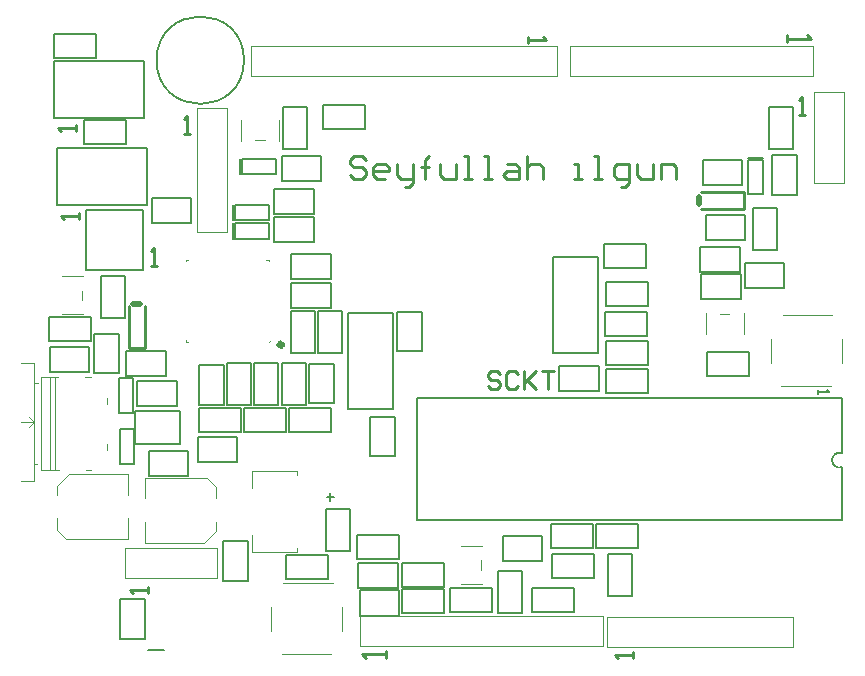
<source format=gto>
G04*
G04 #@! TF.GenerationSoftware,Altium Limited,Altium Designer,24.9.1 (31)*
G04*
G04 Layer_Color=65535*
%FSLAX44Y44*%
%MOMM*%
G71*
G04*
G04 #@! TF.SameCoordinates,CB504186-4DDD-4C07-9CBA-7D3857A53BA6*
G04*
G04*
G04 #@! TF.FilePolarity,Positive*
G04*
G01*
G75*
%ADD10C,0.2000*%
%ADD11C,0.5000*%
%ADD12C,0.1270*%
%ADD13C,0.1000*%
%ADD14C,0.2540*%
%ADD15C,0.1500*%
D10*
X673158Y176407D02*
G03*
X672995Y164244I-1908J-6057D01*
G01*
X120480Y392030D02*
X122510D01*
Y370840D02*
Y392030D01*
X88980Y370840D02*
X110530D01*
X122510D01*
X88980D02*
Y392030D01*
X120480D01*
X194520Y354970D02*
X226020D01*
Y376160D01*
X192490D02*
X204470D01*
X226020D01*
X192490Y354970D02*
Y376160D01*
Y354970D02*
X194520D01*
X192490Y378970D02*
X194520D01*
X192490D02*
Y400160D01*
X204470D02*
X226020D01*
X192490D02*
X204470D01*
X226020Y378970D02*
Y400160D01*
X194520Y378970D02*
X226020D01*
X128970Y217480D02*
Y248980D01*
Y217480D02*
X150160D01*
Y239030D02*
Y251010D01*
Y217480D02*
Y239030D01*
X128970Y251010D02*
X150160D01*
X128970Y248980D02*
Y251010D01*
X127990Y168970D02*
X130020D01*
X127990D02*
Y190160D01*
X139970D02*
X161520D01*
X127990D02*
X139970D01*
X161520Y168970D02*
Y190160D01*
X130020Y168970D02*
X161520D01*
X69520Y241970D02*
X101020D01*
Y263160D01*
X67490D02*
X79470D01*
X101020D01*
X67490Y241970D02*
Y263160D01*
Y241970D02*
X69520D01*
X76490Y215970D02*
X78520D01*
X76490D02*
Y237160D01*
X88470D02*
X110020D01*
X76490D02*
X88470D01*
X110020Y215970D02*
Y237160D01*
X78520Y215970D02*
X110020D01*
X88520Y156970D02*
X120020D01*
Y178160D01*
X86490D02*
X98470D01*
X120020D01*
X86490Y156970D02*
Y178160D01*
Y156970D02*
X88520D01*
X318030Y262490D02*
Y264520D01*
X296840Y262490D02*
X318030D01*
X296840Y274470D02*
Y296020D01*
Y262490D02*
Y274470D01*
Y296020D02*
X318030D01*
Y264520D02*
Y296020D01*
X209020Y298970D02*
X240520D01*
Y320160D01*
X206990D02*
X218970D01*
X240520D01*
X206990Y298970D02*
Y320160D01*
Y298970D02*
X209020D01*
X206990Y323970D02*
X209020D01*
X206990D02*
Y345160D01*
X218970D02*
X240520D01*
X206990D02*
X218970D01*
X240520Y323970D02*
Y345160D01*
X209020Y323970D02*
X240520D01*
X635030Y397020D02*
Y428520D01*
X613840D02*
X635030D01*
X613840Y394990D02*
Y406970D01*
Y428520D01*
Y394990D02*
X635030D01*
Y397020D01*
X417480Y106030D02*
X419510D01*
Y84840D02*
Y106030D01*
X385980Y84840D02*
X407530D01*
X419510D01*
X385980D02*
Y106030D01*
X417480D01*
X553980Y328030D02*
X585480D01*
X553980Y306840D02*
Y328030D01*
X575530Y306840D02*
X587510D01*
X553980D02*
X575530D01*
X587510D02*
Y328030D01*
X585480D02*
X587510D01*
X198990Y406970D02*
X201020D01*
X198990D02*
Y428160D01*
X210970D02*
X232520D01*
X198990D02*
X210970D01*
X232520Y406970D02*
Y428160D01*
X201020Y406970D02*
X232520D01*
X433980Y250030D02*
X465480D01*
X433980Y228840D02*
Y250030D01*
X455530Y228840D02*
X467510D01*
X433980D02*
X455530D01*
X467510D02*
Y250030D01*
X465480D02*
X467510D01*
X555490Y402970D02*
X557520D01*
X555490D02*
Y424160D01*
X567470D02*
X589020D01*
X555490D02*
X567470D01*
X589020Y402970D02*
Y424160D01*
X557520Y402970D02*
X589020D01*
X555520Y329970D02*
X587020D01*
Y351160D01*
X553490D02*
X565470D01*
X587020D01*
X553490Y329970D02*
Y351160D01*
Y329970D02*
X555520D01*
X61030Y243990D02*
Y246020D01*
X39840Y243990D02*
X61030D01*
X39840Y255970D02*
Y277520D01*
Y243990D02*
Y255970D01*
Y277520D02*
X61030D01*
Y246020D02*
Y277520D01*
X557980Y378030D02*
X589480D01*
X557980Y356840D02*
Y378030D01*
X579530Y356840D02*
X591510D01*
X557980D02*
X579530D01*
X591510D02*
Y378030D01*
X589480D02*
X591510D01*
X296480Y60030D02*
X298510D01*
Y38840D02*
Y60030D01*
X264980Y38840D02*
X286530D01*
X298510D01*
X264980D02*
Y60030D01*
X296480D01*
X295030Y175520D02*
Y207020D01*
X273840D02*
X295030D01*
X273840Y173490D02*
Y185470D01*
Y207020D01*
Y173490D02*
X295030D01*
Y175520D01*
X33980Y266030D02*
X36010D01*
Y244840D02*
Y266030D01*
X2480Y244840D02*
X24030D01*
X36010D01*
X2480D02*
Y266030D01*
X33980D01*
X593020Y315970D02*
X624520D01*
Y337160D01*
X590990D02*
X602970D01*
X624520D01*
X590990Y315970D02*
Y337160D01*
Y315970D02*
X593020D01*
X263490Y61970D02*
X265520D01*
X263490D02*
Y83160D01*
X275470D02*
X297020D01*
X263490D02*
X275470D01*
X297020Y61970D02*
Y83160D01*
X265520Y61970D02*
X297020D01*
X243030Y220520D02*
Y252020D01*
X221840D02*
X243030D01*
X221840Y218490D02*
Y230470D01*
Y252020D01*
Y218490D02*
X243030D01*
Y220520D01*
X61970Y50480D02*
Y52510D01*
X83160D01*
Y18980D02*
Y40530D01*
Y52510D01*
X61970Y18980D02*
X83160D01*
X61970D02*
Y50480D01*
X148970Y67980D02*
Y99480D01*
Y67980D02*
X170160D01*
Y89530D02*
Y101510D01*
Y67980D02*
Y89530D01*
X148970Y101510D02*
X170160D01*
X148970Y99480D02*
Y101510D01*
X61000Y240000D02*
X73000D01*
X61000Y210000D02*
Y240000D01*
Y210000D02*
X73000D01*
Y240000D01*
X597840Y348720D02*
X618160D01*
X597840D02*
Y384280D01*
X618160Y348720D02*
Y384280D01*
X597840D02*
X618160D01*
X429000Y342140D02*
X438500D01*
X457500D02*
X467000D01*
X429000Y321820D02*
Y342140D01*
Y260860D02*
Y281180D01*
Y260860D02*
X467000D01*
X429000Y281180D02*
Y321820D01*
X438500Y342140D02*
X457500D01*
X467000Y260860D02*
Y342140D01*
X672995Y164244D02*
X673458Y119373D01*
X313250Y119350D02*
X673458Y119350D01*
X313250Y147150D02*
Y195550D01*
X673250Y176700D02*
Y223175D01*
X582150Y223350D02*
X673250D01*
X313250D02*
X404350D01*
X582150D01*
X313250Y205650D02*
Y215050D01*
Y127650D02*
Y137050D01*
Y147150D01*
Y119350D02*
Y127650D01*
Y215050D02*
Y223350D01*
Y195550D02*
Y205650D01*
X474840Y91280D02*
X495160D01*
Y55720D02*
Y91280D01*
X474840Y55720D02*
Y91280D01*
Y55720D02*
X495160D01*
X500780Y95840D02*
Y116160D01*
X465220Y95840D02*
X500780D01*
X465220Y116160D02*
X500780D01*
X465220Y95840D02*
Y116160D01*
X463780Y70840D02*
Y91160D01*
X428220Y70840D02*
X463780D01*
X428220Y91160D02*
X463780D01*
X428220Y70840D02*
Y91160D01*
X462780Y95840D02*
Y116160D01*
X427220Y95840D02*
X462780D01*
X427220Y116160D02*
X462780D01*
X427220Y95840D02*
Y116160D01*
X473220Y300840D02*
Y321160D01*
X508780D01*
X473220Y300840D02*
X508780D01*
Y321160D01*
X508280Y275840D02*
Y296160D01*
X472720Y275840D02*
X508280D01*
X472720Y296160D02*
X508280D01*
X472720Y275840D02*
Y296160D01*
X508780Y250840D02*
Y271160D01*
X473220Y250840D02*
X508780D01*
X473220Y271160D02*
X508780D01*
X473220Y250840D02*
Y271160D01*
X508780Y226840D02*
Y247160D01*
X473220Y226840D02*
X508780D01*
X473220Y247160D02*
X508780D01*
X473220Y226840D02*
Y247160D01*
X559220Y241840D02*
Y262160D01*
X594780D01*
X559220Y241840D02*
X594780D01*
Y262160D01*
X75000Y184250D02*
Y212000D01*
Y184250D02*
X113000D01*
Y212000D01*
X75000D02*
X113000D01*
X336780Y62840D02*
Y83160D01*
X301220Y62840D02*
X336780D01*
X301220Y83160D02*
X336780D01*
X301220Y62840D02*
Y83160D01*
X5900Y508430D02*
X82100D01*
Y460170D02*
Y508430D01*
X5900Y460170D02*
X82100D01*
X5900D02*
Y508430D01*
X8300Y434430D02*
X84500D01*
Y386170D02*
Y434430D01*
X8300Y386170D02*
X84500D01*
X8300D02*
Y434430D01*
X33570Y331300D02*
X81830D01*
X33570Y382100D02*
X81830D01*
Y331300D02*
Y382100D01*
X33570Y331300D02*
Y382100D01*
X293000Y213360D02*
Y294640D01*
X264500D02*
X283500D01*
X255000Y233680D02*
Y274320D01*
Y213360D02*
X293000D01*
X255000D02*
Y233680D01*
Y274320D02*
Y294640D01*
X283500D02*
X293000D01*
X255000D02*
X264500D01*
X206840Y296780D02*
X227160D01*
Y261220D02*
Y296780D01*
X206840Y261220D02*
Y296780D01*
Y261220D02*
X227160D01*
X202720Y69840D02*
Y90160D01*
X238280D01*
X202720Y69840D02*
X238280D01*
Y90160D01*
X236840Y128780D02*
X257160D01*
Y93220D02*
Y128780D01*
X236840Y93220D02*
Y128780D01*
Y93220D02*
X257160D01*
X269280Y450840D02*
Y471160D01*
X233720Y450840D02*
X269280D01*
X233720Y471160D02*
X269280D01*
X233720Y450840D02*
Y471160D01*
X606750Y395500D02*
Y402750D01*
Y417250D02*
Y424500D01*
X593750Y426250D02*
X606750D01*
Y402750D02*
Y417250D01*
X593750Y395500D02*
X606750D01*
X593750D02*
Y424500D01*
X606750D01*
X187250Y425750D02*
X194500D01*
X165500D02*
X172750D01*
X163750Y412750D02*
Y425750D01*
X172750D02*
X187250D01*
X194500Y412750D02*
Y425750D01*
X165500Y412750D02*
X194500D01*
X165500D02*
Y425750D01*
X181250Y370750D02*
X188500D01*
X159500D02*
X166750D01*
X157750Y357750D02*
Y370750D01*
X166750D02*
X181250D01*
X188500Y357750D02*
Y370750D01*
X159500Y357750D02*
X188500D01*
X159500D02*
Y370750D01*
X181250Y386750D02*
X188500D01*
X159500D02*
X166750D01*
X157750Y373750D02*
Y386750D01*
X166750D02*
X181250D01*
X188500Y373750D02*
Y386750D01*
X159500Y373750D02*
X188500D01*
X159500D02*
Y386750D01*
X62000Y167000D02*
Y197000D01*
X74000D01*
Y167000D02*
Y197000D01*
X62000Y167000D02*
X74000D01*
X229840Y296780D02*
X250160D01*
Y261220D02*
Y296780D01*
X229840Y261220D02*
Y296780D01*
Y261220D02*
X250160D01*
X152840Y216720D02*
X173160D01*
X152840D02*
Y252280D01*
X173160Y216720D02*
Y252280D01*
X152840D02*
X173160D01*
X198840Y217220D02*
X219160D01*
X198840D02*
Y252780D01*
X219160Y217220D02*
Y252780D01*
X198840D02*
X219160D01*
X164280Y193840D02*
Y214160D01*
X128720Y193840D02*
X164280D01*
X128720Y214160D02*
X164280D01*
X128720Y193840D02*
Y214160D01*
X66780Y437840D02*
Y458160D01*
X31220Y437840D02*
X66780D01*
X31220Y458160D02*
X66780D01*
X31220Y437840D02*
Y458160D01*
X166720Y193840D02*
Y214160D01*
X202280D01*
X166720Y193840D02*
X202280D01*
Y214160D01*
X205220Y193840D02*
Y214160D01*
X240780D01*
X205220Y193840D02*
X240780D01*
Y214160D01*
X611840Y434220D02*
X632160D01*
X611840D02*
Y469780D01*
X632160Y434220D02*
Y469780D01*
X611840D02*
X632160D01*
X446780Y41840D02*
Y62160D01*
X411220Y41840D02*
X446780D01*
X411220Y62160D02*
X446780D01*
X411220Y41840D02*
Y62160D01*
X336780Y40840D02*
Y61160D01*
X301220Y40840D02*
X336780D01*
X301220Y61160D02*
X336780D01*
X301220Y40840D02*
Y61160D01*
X341220Y41840D02*
Y62160D01*
X376780D01*
X341220Y41840D02*
X376780D01*
Y62160D01*
X41780Y510840D02*
Y531160D01*
X6220Y510840D02*
X41780D01*
X6220Y531160D02*
X41780D01*
X6220Y510840D02*
Y531160D01*
X199840Y469280D02*
X220160D01*
Y433720D02*
Y469280D01*
X199840Y433720D02*
Y469280D01*
Y433720D02*
X220160D01*
X507280Y332840D02*
Y353160D01*
X471720Y332840D02*
X507280D01*
X471720Y353160D02*
X507280D01*
X471720Y332840D02*
Y353160D01*
X298280Y86840D02*
Y107160D01*
X262720Y86840D02*
X298280D01*
X262720Y107160D02*
X298280D01*
X262720Y86840D02*
Y107160D01*
X45840Y326280D02*
X66160D01*
Y290720D02*
Y326280D01*
X45840Y290720D02*
Y326280D01*
Y290720D02*
X66160D01*
X2220Y270840D02*
Y291160D01*
X37780D01*
X2220Y270840D02*
X37780D01*
Y291160D01*
X175840Y217220D02*
X196160D01*
X175840D02*
Y252780D01*
X196160Y217220D02*
Y252780D01*
X175840D02*
X196160D01*
X381840Y76780D02*
X402160D01*
Y41220D02*
Y76780D01*
X381840Y41220D02*
Y76780D01*
Y41220D02*
X402160D01*
X236908Y139029D02*
X243573D01*
X240240Y142362D02*
Y135697D01*
X86000Y9250D02*
X99329D01*
D11*
X199414Y268000D02*
G03*
X199414Y268000I-1414J0D01*
G01*
X73000Y303000D02*
X79000D01*
X552000Y387000D02*
Y393000D01*
D12*
X167000Y509000D02*
G03*
X167000Y509000I-37000J0D01*
G01*
D13*
X212000Y158000D02*
Y161000D01*
X174000D02*
X212000D01*
X174000Y147000D02*
Y161000D01*
Y93000D02*
Y107000D01*
X212000Y93000D02*
Y96000D01*
X174000Y93000D02*
X212000D01*
X622000Y233000D02*
X664000D01*
X673000Y253000D02*
Y273000D01*
X623000Y293000D02*
X665000D01*
X613000Y253000D02*
Y273000D01*
X558000Y277000D02*
Y295000D01*
X590000Y277000D02*
Y295000D01*
X558000Y286000D02*
Y295000D01*
X572000Y294000D02*
X576000D01*
X578000D01*
X570000D02*
X572000D01*
X188000Y339000D02*
Y340000D01*
X186000D02*
X188000D01*
X118000Y270000D02*
Y272000D01*
Y270000D02*
X120000D01*
X118000Y339000D02*
Y340000D01*
X120000D01*
X188000Y270000D02*
X190000Y272000D01*
X471170Y31750D02*
Y38100D01*
Y12700D02*
Y19050D01*
X265430Y12700D02*
Y38100D01*
Y12700D02*
X471170D01*
Y19050D02*
Y31750D01*
X469900Y38100D02*
X471170D01*
X265430D02*
X469900D01*
X473960Y12300D02*
X631440D01*
Y21190D02*
Y28810D01*
X473960Y37700D02*
X631440D01*
X473960Y21190D02*
Y28810D01*
Y12300D02*
Y21190D01*
Y28810D02*
Y37700D01*
X631440Y12300D02*
Y21190D01*
Y28810D02*
Y37700D01*
X172720Y495300D02*
X431800D01*
X172720D02*
Y520700D01*
X431800D01*
Y495300D02*
Y520700D01*
X444500Y495300D02*
X648970D01*
X443230D02*
X444500D01*
X443230Y501650D02*
Y514350D01*
Y520700D02*
X648970D01*
Y495300D02*
Y520700D01*
X443230Y514350D02*
Y520700D01*
Y495300D02*
Y501650D01*
X127300Y363350D02*
Y468340D01*
Y363350D02*
X136690D01*
X146344D02*
X152700D01*
Y468340D01*
X136690Y363350D02*
X146344D01*
X136190Y468340D02*
X143810D01*
X127300D02*
X136190D01*
X143810D02*
X152700D01*
X657390Y482500D02*
X666610D01*
X649300Y404750D02*
X674700D01*
Y482500D01*
X649300Y404750D02*
Y482500D01*
X657390D01*
X666610D02*
X674700D01*
X66100Y78390D02*
Y87610D01*
X143850Y70300D02*
Y95700D01*
X66100D02*
X143850D01*
X66100Y70300D02*
X143850D01*
X66100D02*
Y78390D01*
Y87610D02*
Y95700D01*
X-21620Y202500D02*
X-10620D01*
X-14870Y198250D02*
X-10620Y202500D01*
X-10370D01*
X-14870Y206875D02*
Y207000D01*
X-10370Y202500D01*
Y202375D02*
Y202500D01*
Y167500D02*
X-8120D01*
X-10370Y235500D02*
X-7620D01*
X-21370Y252250D02*
X-10370D01*
X-21370Y152500D02*
X-10370D01*
X-10370Y152500D01*
Y252250D01*
X7380Y162250D02*
Y240500D01*
X2755Y162250D02*
Y240125D01*
X-5120Y162250D02*
X10630D01*
X-5120Y162250D02*
X-5120Y162250D01*
X-5120Y162250D02*
Y240500D01*
X9880D01*
X32380D02*
X37630D01*
X33130Y162000D02*
X37880D01*
X51130Y179250D02*
Y184250D01*
X51380Y217750D02*
Y222750D01*
X182500Y441500D02*
X184500D01*
X176500D02*
X178500D01*
X182500D01*
X196500Y440500D02*
Y449500D01*
X164500Y440500D02*
Y458500D01*
X196500Y440500D02*
Y458500D01*
X30000Y312000D02*
Y314000D01*
Y306000D02*
Y308000D01*
Y312000D01*
X22000Y326000D02*
X31000D01*
X13000Y294000D02*
X31000D01*
X13000Y326000D02*
X31000D01*
X367500Y83500D02*
Y85500D01*
Y77500D02*
Y79500D01*
Y83500D01*
X359500Y97500D02*
X368500D01*
X350500Y65500D02*
X368500D01*
X350500Y97500D02*
X368500D01*
X69000Y141000D02*
Y156000D01*
Y103500D02*
Y121000D01*
X9000Y111000D02*
Y121000D01*
Y141000D02*
Y148500D01*
X19000Y158500D01*
X69000D01*
Y156000D02*
Y158500D01*
X19000Y103500D02*
X69000D01*
X9000Y111000D02*
X16500Y103500D01*
X19000D01*
X83500Y103000D02*
Y118000D01*
Y138000D02*
Y155500D01*
X143500Y138000D02*
Y148000D01*
Y110500D02*
Y118000D01*
X133500Y100500D02*
X143500Y110500D01*
X83500Y100500D02*
X133500D01*
X83500D02*
Y103000D01*
Y155500D02*
X133500D01*
X136000D02*
X143500Y148000D01*
X133500Y155500D02*
X136000D01*
X190000Y26000D02*
Y46000D01*
X200000Y66000D02*
X242000D01*
X250000Y26000D02*
Y46000D01*
X199000Y6000D02*
X241000D01*
D14*
X83000Y265000D02*
Y301000D01*
X69421Y265000D02*
X83000D01*
X69421D02*
Y301000D01*
X554000Y397000D02*
X590000D01*
Y383421D02*
Y397000D01*
X554000Y383421D02*
X590000D01*
X24950Y448740D02*
Y453819D01*
Y451280D01*
X9714D01*
X12254Y448740D01*
X27350Y374740D02*
Y379819D01*
Y377280D01*
X12114D01*
X14654Y374740D01*
X88540Y334540D02*
X93618D01*
X91079D01*
Y349775D01*
X88540Y347236D01*
X287210Y2540D02*
Y9204D01*
Y5872D01*
X267216D01*
X270549Y2540D01*
X627040Y530710D02*
Y524045D01*
Y527378D01*
X647034D01*
X643701Y530710D01*
X269948Y424866D02*
X266616Y428198D01*
X259951D01*
X256619Y424866D01*
Y421534D01*
X259951Y418201D01*
X266616D01*
X269948Y414869D01*
Y411537D01*
X266616Y408204D01*
X259951D01*
X256619Y411537D01*
X286610Y408204D02*
X279945D01*
X276613Y411537D01*
Y418201D01*
X279945Y421534D01*
X286610D01*
X289942Y418201D01*
Y414869D01*
X276613D01*
X296606Y421534D02*
Y411537D01*
X299939Y408204D01*
X309935D01*
Y404872D01*
X306603Y401540D01*
X303271D01*
X309935Y408204D02*
Y421534D01*
X319932Y408204D02*
Y424866D01*
Y418201D01*
X316600D01*
X323264D01*
X319932D01*
Y424866D01*
X323264Y428198D01*
X333261Y421534D02*
Y411537D01*
X336594Y408204D01*
X346590D01*
Y421534D01*
X353255Y408204D02*
X359919D01*
X356587D01*
Y428198D01*
X353255D01*
X369916Y408204D02*
X376581D01*
X373248D01*
Y428198D01*
X369916D01*
X389910Y421534D02*
X396574D01*
X399906Y418201D01*
Y408204D01*
X389910D01*
X386577Y411537D01*
X389910Y414869D01*
X399906D01*
X406571Y428198D02*
Y408204D01*
Y418201D01*
X409903Y421534D01*
X416568D01*
X419900Y418201D01*
Y408204D01*
X446558D02*
X453223D01*
X449890D01*
Y421534D01*
X446558D01*
X463219Y408204D02*
X469884D01*
X466552D01*
Y428198D01*
X463219D01*
X486545Y401540D02*
X489877D01*
X493210Y404872D01*
Y421534D01*
X483213D01*
X479881Y418201D01*
Y411537D01*
X483213Y408204D01*
X493210D01*
X499874Y421534D02*
Y411537D01*
X503206Y408204D01*
X513203D01*
Y421534D01*
X519868Y408204D02*
Y421534D01*
X529865D01*
X533197Y418201D01*
Y408204D01*
X496710Y3040D02*
Y8118D01*
Y5579D01*
X481475D01*
X484014Y3040D01*
X407290Y528710D02*
Y523632D01*
Y526171D01*
X422525D01*
X419986Y528710D01*
X116040Y446140D02*
X121118D01*
X118579D01*
Y461375D01*
X116040Y458836D01*
X637040Y462540D02*
X642118D01*
X639579D01*
Y477775D01*
X637040Y475236D01*
X86060Y58040D02*
Y63118D01*
Y60579D01*
X70825D01*
X73364Y58040D01*
X383476Y243328D02*
X380937Y245868D01*
X375858D01*
X373319Y243328D01*
Y240789D01*
X375858Y238250D01*
X380937D01*
X383476Y235711D01*
Y233172D01*
X380937Y230632D01*
X375858D01*
X373319Y233172D01*
X398711Y243328D02*
X396172Y245868D01*
X391093D01*
X388554Y243328D01*
Y233172D01*
X391093Y230632D01*
X396172D01*
X398711Y233172D01*
X403789Y245868D02*
Y230632D01*
Y235711D01*
X413946Y245868D01*
X406328Y238250D01*
X413946Y230632D01*
X419024Y245868D02*
X429181D01*
X424103D01*
Y230632D01*
D15*
X652641Y229569D02*
Y226236D01*
Y227902D01*
X662637D01*
X660971Y229569D01*
M02*

</source>
